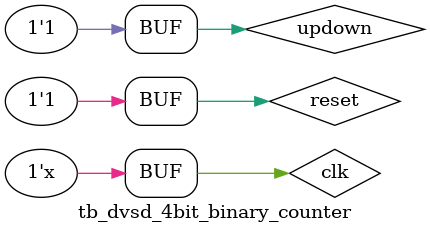
<source format=v>


`timescale 1ns / 1ps



module tb_dvsd_4bit_binary_counter; 
  reg clk; 
  reg reset;
  reg updown; 
  wire [3:0] out;
  
//Here a counter design and connect with Testbench variables  
  dvsd_4bit_binary_counter  c0 ( .clk (clk),  
                 .reset (reset),
                 .updown(updown),  
                 .out (out));  
  
//Generate a clock with its value every 5ns -> time period = 10ns -> freq = 100 MHz  
   
 always #5 clk = ~clk;  
  
// This initial block forms the stimulus of the testbench  
  initial begin 
 
//Create a dump file 

 $dumpfile("tb_dvsd_4bit_binary_counter.vcd");                                        
 $dumpvars(0,tb_dvsd_4bit_binary_counter);
// Initialize testbench variables to 0 at start of simulation  
    clk <= 0;  
    reset <= 0;
    updown <= 0;  
  
// Drive rest of the stimulus, reset is asserted in between  
   #5     reset = 1;
          updown =0;
          
          updown =1;
          
    #30    reset = 0; 
           updown =0;
   #50     updown=1;
   #150    reset = 1;  
    
  end  
endmodule

</source>
